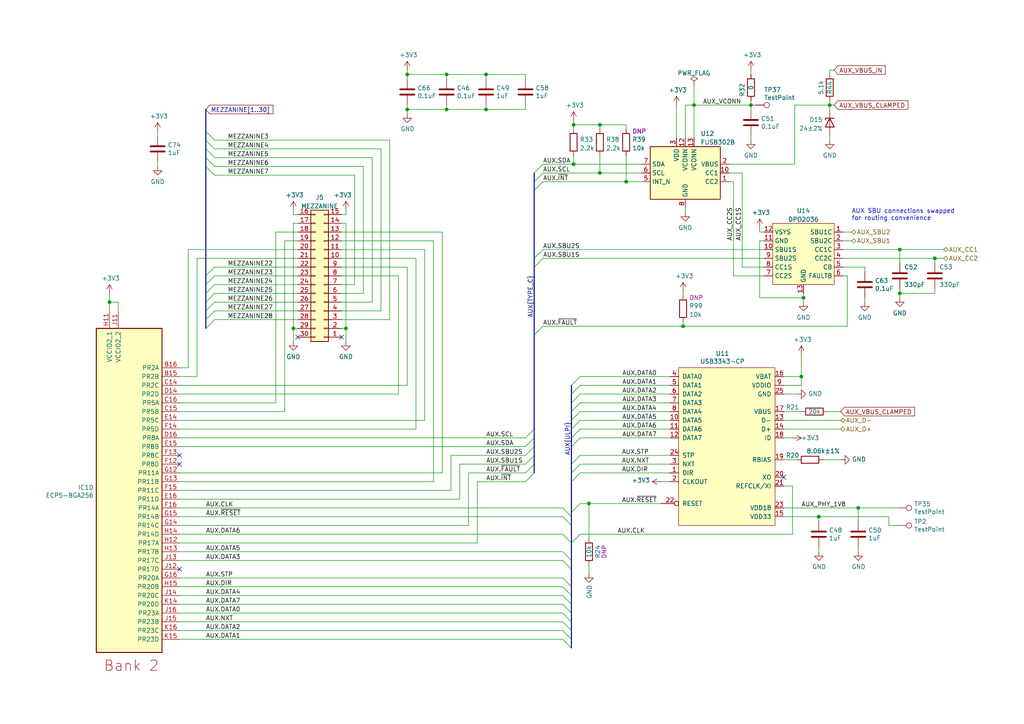
<source format=kicad_sch>
(kicad_sch (version 20211123) (generator eeschema)
  (paper "A4")
  (title_block (title "Cynthion") (date "${DATE}") (rev "${VERSION}") (company "Copyright 2019-2023 Great Scott Gadgets") (comment 1 "Licensed under the CERN-OHL-P v2"))
  (junction (at 129.54 31.75))
  (junction (at 260.985 72.39))
  (junction (at 271.145 74.93))
  (junction (at 237.49 149.86))
  (junction (at 170.815 146.05))
  (junction (at 217.805 30.48))
  (junction (at 31.75 87.63))
  (junction (at 166.37 47.625))
  (junction (at 85.09 95.25))
  (junction (at 129.54 21.59))
  (junction (at 118.11 31.75))
  (junction (at 233.045 86.36))
  (junction (at 118.11 21.59))
  (junction (at 260.985 85.09))
  (junction (at 100.33 95.25))
  (junction (at 140.97 31.75))
  (junction (at 140.97 21.59))
  (junction (at 248.92 147.32))
  (junction (at 198.12 94.615))
  (junction (at 240.665 30.48))
  (junction (at 181.61 52.705))
  (junction (at 173.99 36.195))
  (junction (at 173.99 50.165))
  (junction (at 166.37 36.195))
  (junction (at 232.41 109.22))
  (junction (at 201.295 30.48))
  (no_connect (at 52.07 132.08))
  (no_connect (at 52.07 165.1))
  (no_connect (at 52.07 134.62))
  (no_connect (at 86.36 97.79))
  (no_connect (at 227.33 138.43))
  (no_connect (at 99.06 97.79))
  (bus_entry (at 154.94 132.08) (size -2.54 2.54))
  (bus_entry (at 163.195 172.72) (size 2.54 2.54))
  (bus_entry (at 154.94 124.46) (size -2.54 2.54))
  (bus_entry (at 154.94 55.245) (size 2.54 -2.54))
  (bus_entry (at 154.94 74.93) (size 2.54 -2.54))
  (bus_entry (at 154.94 50.165) (size 2.54 -2.54))
  (bus_entry (at 165.735 139.7) (size 2.54 -2.54))
  (bus_entry (at 165.735 116.84) (size 2.54 -2.54))
  (bus_entry (at 163.195 167.64) (size 2.54 2.54))
  (bus_entry (at 163.195 175.26) (size 2.54 2.54))
  (bus_entry (at 163.195 160.02) (size 2.54 2.54))
  (bus_entry (at 59.69 43.18) (size 2.54 2.54))
  (bus_entry (at 59.69 95.25) (size 2.54 -2.54))
  (bus_entry (at 168.275 146.05) (size -2.54 2.54))
  (bus_entry (at 163.195 147.32) (size 2.54 2.54))
  (bus_entry (at 165.735 129.54) (size 2.54 -2.54))
  (bus_entry (at 154.94 77.47) (size 2.54 -2.54))
  (bus_entry (at 165.735 134.62) (size 2.54 -2.54))
  (bus_entry (at 165.735 157.48) (size 2.54 -2.54))
  (bus_entry (at 59.69 87.63) (size 2.54 -2.54))
  (bus_entry (at 59.69 92.71) (size 2.54 -2.54))
  (bus_entry (at 163.195 170.18) (size 2.54 2.54))
  (bus_entry (at 154.94 127) (size -2.54 2.54))
  (bus_entry (at 163.195 162.56) (size 2.54 2.54))
  (bus_entry (at 165.735 137.16) (size 2.54 -2.54))
  (bus_entry (at 163.195 154.94) (size 2.54 2.54))
  (bus_entry (at 154.94 97.155) (size 2.54 -2.54))
  (bus_entry (at 154.94 129.54) (size -2.54 2.54))
  (bus_entry (at 165.735 121.92) (size 2.54 -2.54))
  (bus_entry (at 59.69 90.17) (size 2.54 -2.54))
  (bus_entry (at 59.69 40.64) (size 2.54 2.54))
  (bus_entry (at 163.195 149.86) (size 2.54 2.54))
  (bus_entry (at 59.69 38.1) (size 2.54 2.54))
  (bus_entry (at 163.195 180.34) (size 2.54 2.54))
  (bus_entry (at 59.69 82.55) (size 2.54 -2.54))
  (bus_entry (at 163.195 177.8) (size 2.54 2.54))
  (bus_entry (at 154.94 137.16) (size -2.54 2.54))
  (bus_entry (at 59.69 48.26) (size 2.54 2.54))
  (bus_entry (at 154.94 134.62) (size -2.54 2.54))
  (bus_entry (at 165.735 119.38) (size 2.54 -2.54))
  (bus_entry (at 163.195 185.42) (size 2.54 2.54))
  (bus_entry (at 154.94 52.705) (size 2.54 -2.54))
  (bus_entry (at 165.735 124.46) (size 2.54 -2.54))
  (bus_entry (at 59.69 45.72) (size 2.54 2.54))
  (bus_entry (at 163.195 182.88) (size 2.54 2.54))
  (bus_entry (at 59.69 85.09) (size 2.54 -2.54))
  (bus_entry (at 168.275 109.22) (size -2.54 2.54))
  (bus_entry (at 165.735 127) (size 2.54 -2.54))
  (bus_entry (at 59.69 80.01) (size 2.54 -2.54))
  (bus_entry (at 165.735 114.3) (size 2.54 -2.54))
  (wire (pts (xy 248.92 160.02) (xy 248.92 158.75)))
  (bus (pts (xy 165.735 172.72) (xy 165.735 175.26)))
  (wire (pts (xy 244.475 77.47) (xy 250.825 77.47)))
  (wire (pts (xy 57.15 74.93) (xy 86.36 74.93)))
  (wire (pts (xy 135.89 137.16) (xy 152.4 137.16)))
  (bus (pts (xy 59.69 92.71) (xy 59.69 95.25)))
  (wire (pts (xy 120.65 124.46) (xy 120.65 74.93)))
  (bus (pts (xy 154.94 97.155) (xy 154.94 124.46)))
  (wire (pts (xy 62.23 90.17) (xy 86.36 90.17)))
  (wire (pts (xy 52.07 147.32) (xy 163.195 147.32)))
  (wire (pts (xy 62.23 43.18) (xy 110.49 43.18)))
  (wire (pts (xy 196.215 30.48) (xy 196.215 40.005)))
  (wire (pts (xy 52.07 180.34) (xy 163.195 180.34)))
  (wire (pts (xy 118.11 77.47) (xy 118.11 111.76)))
  (wire (pts (xy 54.61 106.68) (xy 54.61 72.39)))
  (wire (pts (xy 118.11 111.76) (xy 52.07 111.76)))
  (wire (pts (xy 123.19 121.92) (xy 52.07 121.92)))
  (wire (pts (xy 244.475 80.01) (xy 245.745 80.01)))
  (wire (pts (xy 107.95 87.63) (xy 99.06 87.63)))
  (wire (pts (xy 181.61 36.195) (xy 181.61 37.465)))
  (wire (pts (xy 211.455 50.165) (xy 215.265 50.165)))
  (wire (pts (xy 52.07 182.88) (xy 163.195 182.88)))
  (wire (pts (xy 240.665 39.37) (xy 240.665 40.64)))
  (wire (pts (xy 62.23 45.72) (xy 107.95 45.72)))
  (wire (pts (xy 229.87 154.94) (xy 229.87 140.97)))
  (wire (pts (xy 62.23 85.09) (xy 86.36 85.09)))
  (wire (pts (xy 227.33 149.86) (xy 237.49 149.86)))
  (wire (pts (xy 217.805 30.48) (xy 217.805 31.75)))
  (bus (pts (xy 59.69 40.64) (xy 59.69 43.18)))
  (wire (pts (xy 115.57 114.3) (xy 115.57 80.01)))
  (wire (pts (xy 118.11 20.32) (xy 118.11 21.59)))
  (wire (pts (xy 198.755 61.595) (xy 198.755 60.325)))
  (wire (pts (xy 163.195 154.94) (xy 52.07 154.94)))
  (wire (pts (xy 133.35 144.78) (xy 52.07 144.78)))
  (wire (pts (xy 194.31 119.38) (xy 168.275 119.38)))
  (wire (pts (xy 240.665 20.32) (xy 241.935 20.32)))
  (wire (pts (xy 52.07 175.26) (xy 163.195 175.26)))
  (wire (pts (xy 194.31 139.7) (xy 191.77 139.7)))
  (wire (pts (xy 52.07 114.3) (xy 115.57 114.3)))
  (wire (pts (xy 100.33 62.23) (xy 100.33 60.96)))
  (bus (pts (xy 59.69 43.18) (xy 59.69 45.72)))
  (wire (pts (xy 232.41 111.76) (xy 227.33 111.76)))
  (bus (pts (xy 165.735 149.86) (xy 165.735 152.4)))
  (wire (pts (xy 85.09 64.77) (xy 85.09 95.25)))
  (wire (pts (xy 194.31 116.84) (xy 168.275 116.84)))
  (wire (pts (xy 118.11 30.48) (xy 118.11 31.75)))
  (bus (pts (xy 165.735 134.62) (xy 165.735 137.16)))
  (wire (pts (xy 99.06 67.31) (xy 128.27 67.31)))
  (bus (pts (xy 154.94 129.54) (xy 154.94 132.08)))
  (wire (pts (xy 170.815 156.21) (xy 170.815 146.05)))
  (wire (pts (xy 52.07 167.64) (xy 163.195 167.64)))
  (wire (pts (xy 52.07 160.02) (xy 163.195 160.02)))
  (wire (pts (xy 240.665 29.21) (xy 240.665 30.48)))
  (bus (pts (xy 59.69 80.01) (xy 59.69 82.55)))
  (wire (pts (xy 152.4 139.7) (xy 138.43 139.7)))
  (wire (pts (xy 194.31 114.3) (xy 168.275 114.3)))
  (wire (pts (xy 152.4 30.48) (xy 152.4 31.75)))
  (bus (pts (xy 165.735 119.38) (xy 165.735 121.92)))
  (wire (pts (xy 181.61 45.085) (xy 181.61 52.705)))
  (bus (pts (xy 154.94 134.62) (xy 154.94 137.16)))
  (wire (pts (xy 244.475 74.93) (xy 271.145 74.93)))
  (bus (pts (xy 165.735 129.54) (xy 165.735 134.62)))
  (wire (pts (xy 31.75 90.17) (xy 31.75 87.63)))
  (wire (pts (xy 133.35 134.62) (xy 133.35 144.78)))
  (wire (pts (xy 166.37 34.925) (xy 166.37 36.195)))
  (wire (pts (xy 99.06 64.77) (xy 100.33 64.77)))
  (wire (pts (xy 80.01 67.31) (xy 86.36 67.31)))
  (wire (pts (xy 245.745 80.01) (xy 245.745 94.615)))
  (wire (pts (xy 62.23 82.55) (xy 86.36 82.55)))
  (wire (pts (xy 52.07 149.86) (xy 163.195 149.86)))
  (bus (pts (xy 154.94 50.165) (xy 154.94 52.705)))
  (bus (pts (xy 154.94 55.245) (xy 154.94 74.93)))
  (bus (pts (xy 59.69 87.63) (xy 59.69 90.17)))
  (wire (pts (xy 194.31 109.22) (xy 168.275 109.22)))
  (bus (pts (xy 59.69 38.1) (xy 59.69 40.64)))
  (wire (pts (xy 157.48 94.615) (xy 198.12 94.615)))
  (bus (pts (xy 165.735 137.16) (xy 165.735 139.7)))
  (wire (pts (xy 99.06 95.25) (xy 100.33 95.25)))
  (wire (pts (xy 125.73 139.7) (xy 125.73 69.85)))
  (wire (pts (xy 45.72 46.99) (xy 45.72 48.26)))
  (wire (pts (xy 240.03 119.38) (xy 243.84 119.38)))
  (wire (pts (xy 118.11 21.59) (xy 118.11 22.86)))
  (wire (pts (xy 217.805 29.21) (xy 217.805 30.48)))
  (bus (pts (xy 59.69 85.09) (xy 59.69 87.63)))
  (wire (pts (xy 237.49 160.02) (xy 237.49 158.75)))
  (wire (pts (xy 232.41 119.38) (xy 227.33 119.38)))
  (wire (pts (xy 221.615 74.93) (xy 157.48 74.93)))
  (wire (pts (xy 194.31 132.08) (xy 168.275 132.08)))
  (bus (pts (xy 165.735 111.76) (xy 165.735 114.3)))
  (wire (pts (xy 129.54 30.48) (xy 129.54 31.75)))
  (wire (pts (xy 260.985 85.09) (xy 271.145 85.09)))
  (wire (pts (xy 100.33 64.77) (xy 100.33 95.25)))
  (wire (pts (xy 100.33 95.25) (xy 100.33 99.06)))
  (bus (pts (xy 59.69 31.75) (xy 59.69 38.1)))
  (wire (pts (xy 227.33 109.22) (xy 232.41 109.22)))
  (wire (pts (xy 227.33 127) (xy 229.87 127)))
  (wire (pts (xy 201.295 30.48) (xy 201.295 24.765)))
  (wire (pts (xy 181.61 52.705) (xy 186.055 52.705)))
  (wire (pts (xy 120.65 74.93) (xy 99.06 74.93)))
  (wire (pts (xy 118.11 31.75) (xy 129.54 31.75)))
  (wire (pts (xy 31.75 87.63) (xy 31.75 85.09)))
  (wire (pts (xy 217.805 39.37) (xy 217.805 40.64)))
  (wire (pts (xy 129.54 21.59) (xy 118.11 21.59)))
  (wire (pts (xy 233.045 86.36) (xy 233.045 87.63)))
  (bus (pts (xy 165.735 121.92) (xy 165.735 124.46)))
  (wire (pts (xy 211.455 47.625) (xy 230.505 47.625)))
  (wire (pts (xy 105.41 85.09) (xy 99.06 85.09)))
  (wire (pts (xy 157.48 72.39) (xy 221.615 72.39)))
  (wire (pts (xy 118.11 31.75) (xy 118.11 33.02)))
  (wire (pts (xy 240.665 30.48) (xy 240.665 31.75)))
  (wire (pts (xy 232.41 111.76) (xy 232.41 109.22)))
  (bus (pts (xy 165.735 152.4) (xy 165.735 157.48)))
  (bus (pts (xy 154.94 127) (xy 154.94 129.54)))
  (bus (pts (xy 154.94 77.47) (xy 154.94 97.155)))
  (wire (pts (xy 62.23 80.01) (xy 86.36 80.01)))
  (bus (pts (xy 165.735 148.59) (xy 165.735 149.86)))
  (bus (pts (xy 165.735 180.34) (xy 165.735 182.88)))
  (wire (pts (xy 168.275 134.62) (xy 194.31 134.62)))
  (wire (pts (xy 85.09 62.23) (xy 85.09 60.96)))
  (wire (pts (xy 194.31 127) (xy 168.275 127)))
  (wire (pts (xy 168.275 154.94) (xy 229.87 154.94)))
  (wire (pts (xy 128.27 137.16) (xy 52.07 137.16)))
  (wire (pts (xy 243.84 133.35) (xy 238.76 133.35)))
  (wire (pts (xy 201.295 30.48) (xy 198.755 30.48)))
  (bus (pts (xy 165.735 162.56) (xy 165.735 165.1)))
  (wire (pts (xy 102.87 82.55) (xy 102.87 50.8)))
  (wire (pts (xy 52.07 124.46) (xy 120.65 124.46)))
  (wire (pts (xy 166.37 47.625) (xy 186.055 47.625)))
  (wire (pts (xy 271.145 76.2) (xy 271.145 74.93)))
  (wire (pts (xy 194.31 124.46) (xy 168.275 124.46)))
  (wire (pts (xy 233.045 86.36) (xy 233.045 85.09)))
  (wire (pts (xy 140.97 30.48) (xy 140.97 31.75)))
  (wire (pts (xy 157.48 50.165) (xy 173.99 50.165)))
  (bus (pts (xy 165.735 170.18) (xy 165.735 172.72)))
  (wire (pts (xy 107.95 45.72) (xy 107.95 87.63)))
  (wire (pts (xy 62.23 40.64) (xy 113.03 40.64)))
  (wire (pts (xy 86.36 62.23) (xy 85.09 62.23)))
  (wire (pts (xy 52.07 109.22) (xy 57.15 109.22)))
  (bus (pts (xy 165.735 124.46) (xy 165.735 127)))
  (wire (pts (xy 271.145 85.09) (xy 271.145 83.82)))
  (wire (pts (xy 128.27 67.31) (xy 128.27 137.16)))
  (wire (pts (xy 34.29 87.63) (xy 34.29 90.17)))
  (wire (pts (xy 86.36 95.25) (xy 85.09 95.25)))
  (wire (pts (xy 257.81 149.86) (xy 237.49 149.86)))
  (wire (pts (xy 220.345 66.04) (xy 220.345 67.31)))
  (wire (pts (xy 113.03 92.71) (xy 99.06 92.71)))
  (wire (pts (xy 157.48 47.625) (xy 166.37 47.625)))
  (bus (pts (xy 165.735 182.88) (xy 165.735 185.42)))
  (wire (pts (xy 173.99 36.195) (xy 181.61 36.195)))
  (wire (pts (xy 52.07 177.8) (xy 163.195 177.8)))
  (wire (pts (xy 157.48 52.705) (xy 181.61 52.705)))
  (wire (pts (xy 194.31 111.76) (xy 168.275 111.76)))
  (wire (pts (xy 133.35 134.62) (xy 152.4 134.62)))
  (wire (pts (xy 257.81 152.4) (xy 257.81 149.86)))
  (wire (pts (xy 62.23 92.71) (xy 86.36 92.71)))
  (wire (pts (xy 99.06 62.23) (xy 100.33 62.23)))
  (wire (pts (xy 227.33 114.3) (xy 231.14 114.3)))
  (wire (pts (xy 201.295 30.48) (xy 201.295 40.005)))
  (bus (pts (xy 165.735 116.84) (xy 165.735 119.38)))
  (bus (pts (xy 165.735 114.3) (xy 165.735 116.84)))
  (wire (pts (xy 220.345 69.85) (xy 220.345 86.36)))
  (wire (pts (xy 250.825 77.47) (xy 250.825 78.74)))
  (wire (pts (xy 232.41 109.22) (xy 232.41 102.87)))
  (bus (pts (xy 165.735 185.42) (xy 165.735 187.96)))
  (wire (pts (xy 248.92 147.32) (xy 260.35 147.32)))
  (wire (pts (xy 201.295 30.48) (xy 217.805 30.48)))
  (wire (pts (xy 230.505 30.48) (xy 240.665 30.48)))
  (wire (pts (xy 227.33 124.46) (xy 243.84 124.46)))
  (wire (pts (xy 163.195 162.56) (xy 52.07 162.56)))
  (bus (pts (xy 59.69 82.55) (xy 59.69 85.09)))
  (wire (pts (xy 99.06 77.47) (xy 118.11 77.47)))
  (wire (pts (xy 220.345 86.36) (xy 233.045 86.36)))
  (wire (pts (xy 173.99 50.165) (xy 186.055 50.165)))
  (wire (pts (xy 80.01 116.84) (xy 80.01 67.31)))
  (wire (pts (xy 52.07 172.72) (xy 163.195 172.72)))
  (wire (pts (xy 198.12 85.725) (xy 198.12 84.455)))
  (wire (pts (xy 62.23 77.47) (xy 86.36 77.47)))
  (wire (pts (xy 54.61 72.39) (xy 86.36 72.39)))
  (wire (pts (xy 62.23 50.8) (xy 102.87 50.8)))
  (bus (pts (xy 165.735 165.1) (xy 165.735 170.18)))
  (wire (pts (xy 237.49 149.86) (xy 237.49 151.13)))
  (wire (pts (xy 99.06 72.39) (xy 123.19 72.39)))
  (wire (pts (xy 244.475 67.31) (xy 247.015 67.31)))
  (wire (pts (xy 271.145 74.93) (xy 273.685 74.93)))
  (wire (pts (xy 52.07 142.24) (xy 130.81 142.24)))
  (wire (pts (xy 86.36 69.85) (xy 82.55 69.85)))
  (bus (pts (xy 165.735 177.8) (xy 165.735 180.34)))
  (wire (pts (xy 250.825 86.36) (xy 250.825 87.63)))
  (wire (pts (xy 170.815 146.05) (xy 168.275 146.05)))
  (wire (pts (xy 135.89 152.4) (xy 52.07 152.4)))
  (wire (pts (xy 240.665 21.59) (xy 240.665 20.32)))
  (wire (pts (xy 140.97 31.75) (xy 129.54 31.75)))
  (wire (pts (xy 82.55 69.85) (xy 82.55 119.38)))
  (wire (pts (xy 140.97 21.59) (xy 129.54 21.59)))
  (wire (pts (xy 110.49 43.18) (xy 110.49 90.17)))
  (wire (pts (xy 52.07 106.68) (xy 54.61 106.68)))
  (wire (pts (xy 240.665 30.48) (xy 241.935 30.48)))
  (wire (pts (xy 52.07 170.18) (xy 163.195 170.18)))
  (wire (pts (xy 62.23 87.63) (xy 86.36 87.63)))
  (wire (pts (xy 130.81 132.08) (xy 152.4 132.08)))
  (wire (pts (xy 166.37 36.195) (xy 166.37 37.465)))
  (wire (pts (xy 152.4 31.75) (xy 140.97 31.75)))
  (wire (pts (xy 211.455 52.705) (xy 212.725 52.705)))
  (wire (pts (xy 140.97 21.59) (xy 152.4 21.59)))
  (wire (pts (xy 198.12 94.615) (xy 198.12 93.345)))
  (wire (pts (xy 260.985 76.2) (xy 260.985 72.39)))
  (wire (pts (xy 52.07 129.54) (xy 152.4 129.54)))
  (wire (pts (xy 130.81 142.24) (xy 130.81 132.08)))
  (bus (pts (xy 59.69 48.26) (xy 59.69 80.01)))
  (wire (pts (xy 123.19 72.39) (xy 123.19 121.92)))
  (wire (pts (xy 52.07 185.42) (xy 163.195 185.42)))
  (wire (pts (xy 85.09 95.25) (xy 85.09 99.06)))
  (wire (pts (xy 212.725 80.01) (xy 221.615 80.01)))
  (wire (pts (xy 138.43 139.7) (xy 138.43 157.48)))
  (wire (pts (xy 140.97 21.59) (xy 140.97 22.86)))
  (wire (pts (xy 129.54 21.59) (xy 129.54 22.86)))
  (wire (pts (xy 62.23 48.26) (xy 105.41 48.26)))
  (wire (pts (xy 260.985 83.82) (xy 260.985 85.09)))
  (wire (pts (xy 215.265 50.165) (xy 215.265 77.47)))
  (wire (pts (xy 244.475 72.39) (xy 260.985 72.39)))
  (wire (pts (xy 170.815 166.37) (xy 170.815 163.83)))
  (wire (pts (xy 227.33 121.92) (xy 243.84 121.92)))
  (wire (pts (xy 173.99 50.165) (xy 173.99 45.085)))
  (bus (pts (xy 154.94 52.705) (xy 154.94 55.245)))
  (wire (pts (xy 45.72 38.1) (xy 45.72 39.37)))
  (wire (pts (xy 152.4 21.59) (xy 152.4 22.86)))
  (wire (pts (xy 221.615 69.85) (xy 220.345 69.85)))
  (wire (pts (xy 194.31 121.92) (xy 168.275 121.92)))
  (wire (pts (xy 260.985 85.09) (xy 260.985 86.36)))
  (wire (pts (xy 52.07 127) (xy 152.4 127)))
  (wire (pts (xy 99.06 82.55) (xy 102.87 82.55)))
  (wire (pts (xy 113.03 40.64) (xy 113.03 92.71)))
  (bus (pts (xy 165.735 127) (xy 165.735 129.54)))
  (wire (pts (xy 212.725 52.705) (xy 212.725 80.01)))
  (wire (pts (xy 248.92 151.13) (xy 248.92 147.32)))
  (wire (pts (xy 173.99 37.465) (xy 173.99 36.195)))
  (wire (pts (xy 260.985 72.39) (xy 273.685 72.39)))
  (bus (pts (xy 165.735 139.7) (xy 165.735 148.59)))
  (wire (pts (xy 57.15 109.22) (xy 57.15 74.93)))
  (wire (pts (xy 166.37 36.195) (xy 173.99 36.195)))
  (wire (pts (xy 198.12 94.615) (xy 245.745 94.615)))
  (wire (pts (xy 219.075 30.48) (xy 217.805 30.48)))
  (wire (pts (xy 52.07 139.7) (xy 125.73 139.7)))
  (wire (pts (xy 244.475 69.85) (xy 247.015 69.85)))
  (wire (pts (xy 86.36 64.77) (xy 85.09 64.77)))
  (wire (pts (xy 52.07 116.84) (xy 80.01 116.84)))
  (wire (pts (xy 138.43 157.48) (xy 52.07 157.48)))
  (wire (pts (xy 260.35 152.4) (xy 257.81 152.4)))
  (wire (pts (xy 231.14 133.35) (xy 227.33 133.35)))
  (bus (pts (xy 165.735 157.48) (xy 165.735 162.56)))
  (bus (pts (xy 59.69 90.17) (xy 59.69 92.71)))
  (bus (pts (xy 154.94 132.08) (xy 154.94 134.62)))
  (bus (pts (xy 154.94 124.46) (xy 154.94 127)))
  (wire (pts (xy 191.77 146.05) (xy 170.815 146.05)))
  (wire (pts (xy 227.33 147.32) (xy 248.92 147.32)))
  (wire (pts (xy 115.57 80.01) (xy 99.06 80.01)))
  (bus (pts (xy 59.69 45.72) (xy 59.69 48.26)))
  (bus (pts (xy 165.735 175.26) (xy 165.735 177.8)))
  (wire (pts (xy 82.55 119.38) (xy 52.07 119.38)))
  (wire (pts (xy 166.37 47.625) (xy 166.37 45.085)))
  (wire (pts (xy 198.755 30.48) (xy 198.755 40.005)))
  (wire (pts (xy 135.89 137.16) (xy 135.89 152.4)))
  (wire (pts (xy 194.31 137.16) (xy 168.275 137.16)))
  (wire (pts (xy 217.805 21.59) (xy 217.805 20.32)))
  (wire (pts (xy 105.41 48.26) (xy 105.41 85.09)))
  (wire (pts (xy 227.33 140.97) (xy 229.87 140.97)))
  (wire (pts (xy 99.06 69.85) (xy 125.73 69.85)))
  (wire (pts (xy 230.505 47.625) (xy 230.505 30.48)))
  (bus (pts (xy 154.94 74.93) (xy 154.94 77.47)))
  (wire (pts (xy 31.75 87.63) (xy 34.29 87.63)))
  (wire (pts (xy 215.265 77.47) (xy 221.615 77.47)))
  (wire (pts (xy 220.345 67.31) (xy 221.615 67.31)))
  (wire (pts (xy 110.49 90.17) (xy 99.06 90.17)))
  (text "AUX SBU connections swapped\nfor routing convenience" (at 247.015 64.135 0) (effects (font (size 1.27 1.27)) (justify left bottom)))
  (label "AUX.DATA1" (at 59.69 185.42 0))
  (label "MEZZANINE23" (at 66.04 80.01 0))
  (label "AUX.~{RESET}" (at 59.69 149.86 0))
  (label "AUX.~{RESET}" (at 180.34 146.05 0))
  (label "MEZZANINE6" (at 66.04 48.26 0))
  (label "AUX.~{INT}" (at 157.48 52.705 0))
  (label "AUX_VCONN" (at 203.835 30.48 0))
  (label "MEZZANINE26" (at 66.04 87.63 0))
  (label "AUX.DIR" (at 180.34 137.16 0))
  (label "AUX.STP" (at 180.34 132.08 0))
  (label "AUX.~{INT}" (at 140.97 139.7 0))
  (label "AUX.SDA" (at 157.48 47.625 0))
  (label "AUX.DATA5" (at 59.69 160.02 0))
  (label "MEZZANINE3" (at 66.04 40.64 0))
  (label "MEZZANINE5" (at 66.04 45.72 0))
  (label "AUX.SBU1S" (at 157.48 74.93 0))
  (label "MEZZANINE27" (at 66.04 90.17 0))
  (label "AUX{TYPE_C}" (at 154.94 92.075 90))
  (label "MEZZANINE28" (at 66.04 92.71 0))
  (label "AUX.DATA7" (at 190.5 127 180))
  (label "AUX_CC2S" (at 212.725 69.85 90))
  (label "AUX.DATA6" (at 190.5 124.46 180))
  (label "AUX.SCL" (at 157.48 50.165 0))
  (label "AUX.SCL" (at 140.97 127 0))
  (label "MEZZANINE24" (at 66.04 82.55 0))
  (label "AUX.STP" (at 59.69 167.64 0))
  (label "AUX.SBU1S" (at 140.97 134.62 0))
  (label "AUX.DIR" (at 59.69 170.18 0))
  (label "MEZZANINE22" (at 66.04 77.47 0))
  (label "AUX.DATA7" (at 59.69 175.26 0))
  (label "MEZZANINE4" (at 66.04 43.18 0))
  (label "MEZZANINE25" (at 66.04 85.09 0))
  (label "AUX.DATA3" (at 59.69 162.56 0))
  (label "AUX.SDA" (at 140.97 129.54 0))
  (label "AUX{ULPI}" (at 165.735 132.08 90))
  (label "AUX.CLK" (at 59.69 147.32 0))
  (label "AUX.CLK" (at 179.07 154.94 0))
  (label "AUX.~{FAULT}" (at 140.97 137.16 0))
  (label "AUX.~{FAULT}" (at 157.48 94.615 0))
  (label "AUX.DATA3" (at 190.5 116.84 180))
  (label "AUX.DATA6" (at 59.69 154.94 0))
  (label "AUX.DATA2" (at 59.69 182.88 0))
  (label "AUX.SBU2S" (at 157.48 72.39 0))
  (label "AUX.DATA0" (at 59.69 177.8 0))
  (label "AUX.DATA1" (at 190.5 111.76 180))
  (label "AUX.DATA4" (at 59.69 172.72 0))
  (label "MEZZANINE7" (at 66.04 50.8 0))
  (label "AUX.DATA4" (at 190.5 119.38 180))
  (label "AUX.DATA2" (at 190.5 114.3 180))
  (label "AUX.SBU2S" (at 140.97 132.08 0))
  (label "AUX_PHY_1V8" (at 232.41 147.32 0))
  (label "AUX.DATA5" (at 190.5 121.92 180))
  (label "AUX.NXT" (at 180.34 134.62 0))
  (label "AUX.NXT" (at 59.69 180.34 0))
  (label "AUX_CC1S" (at 215.265 69.85 90))
  (label "AUX.DATA0" (at 190.5 109.22 180))
  (global_label "AUX_VBUS_CLAMPED" (shape input) (at 243.84 119.38 0) (property "Intersheet References" "${INTERSHEET_REFS}" (effects hide)))
  (global_label "AUX_VBUS_CLAMPED" (shape input) (at 241.935 30.48 0) (property "Intersheet References" "${INTERSHEET_REFS}" (effects hide)))
  (global_label "MEZZANINE[1..30]" (shape input) (at 59.69 31.75 0) (property "Intersheet References" "${INTERSHEET_REFS}" (effects hide)))
  (global_label "AUX_VBUS_IN" (shape input) (at 241.935 20.32 0) (property "Intersheet References" "${INTERSHEET_REFS}" (effects hide)))
  (hierarchical_label "AUX_D-" (shape bidirectional) (at 243.84 121.92 0))
  (hierarchical_label "AUX_SBU1" (shape bidirectional) (at 247.015 69.85 0))
  (hierarchical_label "AUX_CC1" (shape bidirectional) (at 273.685 72.39 0))
  (hierarchical_label "AUX_CC2" (shape bidirectional) (at 273.685 74.93 0))
  (hierarchical_label "AUX_SBU2" (shape bidirectional) (at 247.015 67.31 0))
  (hierarchical_label "AUX_D+" (shape bidirectional) (at 243.84 124.46 0))
  (symbol (lib_id "power:+3V3") (at 191.77 139.7 90) (unit 1)
    (property "Reference" "#PWR088" (effects hide))
    (property "Value" "+3V3" (at 188.5188 139.319 90) (effects (justify left)))
  )
  (symbol (lib_id "usb:USB3343") (at 194.31 106.68 0) (unit 1)
    (property "Reference" "U11" (at 209.55 102.5398 0))
    (property "Value" "USB3343-CP" (at 209.55 104.8258 0))
    (property "Footprint" "Package_DFN_QFN:VQFN-24-1EP_4x4mm_P0.5mm_EP2.45x2.45mm" (effects hide))
    (property "Datasheet" "http://ww1.microchip.com/downloads/en/DeviceDoc/334x.pdf" (effects hide))
    (property "Description" "IC TRANSCEIVER 1/1 24QFN" (effects hide))
    (property "Manufacturer" "Microchip" (effects hide))
    (property "Part Number" "USB3343-CP" (effects hide))
  )
  (symbol (lib_id "Device:C") (at 237.49 154.94 0) (unit 1)
    (property "Reference" "C48" (at 240.411 153.797 0) (effects (justify left)))
    (property "Value" "1uF" (at 240.411 156.083 0) (effects (justify left)))
    (property "Footprint" "Capacitor_SMD:C_0402_1005Metric" (effects hide))
    (property "Part Number" "CL05A105MQ5NNNC" (effects hide))
    (property "Substitution" "CL05A105KQ5NNNC, CL05A105KP5NNNC, CL05A105KO5NNNC" (effects hide))
    (property "Description" "CAP CER 1UF 6.3V X5R 0402 20%" (effects hide))
    (property "Manufacturer" "Samsung" (effects hide))
  )
  (symbol (lib_id "power:GND") (at 237.49 160.02 0) (unit 1)
    (property "Reference" "#PWR094" (effects hide))
    (property "Value" "GND" (at 237.5916 164.3888 0))
  )
  (symbol (lib_id "Device:C") (at 248.92 154.94 0) (unit 1)
    (property "Reference" "C50" (at 251.841 153.797 0) (effects (justify left)))
    (property "Value" "1uF" (at 251.841 156.083 0) (effects (justify left)))
    (property "Footprint" "Capacitor_SMD:C_0402_1005Metric" (effects hide))
    (property "Part Number" "CL05A105MQ5NNNC" (effects hide))
    (property "Substitution" "CL05A105KQ5NNNC, CL05A105KP5NNNC, CL05A105KO5NNNC" (effects hide))
    (property "Description" "CAP CER 1UF 6.3V X5R 0402 20%" (effects hide))
    (property "Manufacturer" "Samsung" (effects hide))
  )
  (symbol (lib_id "power:GND") (at 248.92 160.02 0) (unit 1)
    (property "Reference" "#PWR098" (effects hide))
    (property "Value" "GND" (at 249.0216 164.3888 0))
  )
  (symbol (lib_id "power:GND") (at 231.14 114.3 90) (unit 1)
    (property "Reference" "#PWR091" (effects hide))
    (property "Value" "GND" (at 234.3912 114.173 90) (effects (justify right)))
  )
  (symbol (lib_id "power:+3V3") (at 232.41 102.87 0) (unit 1)
    (property "Reference" "#PWR093" (effects hide))
    (property "Value" "+3V3" (at 232.7656 98.4758 0))
  )
  (symbol (lib_id "Device:R") (at 234.95 133.35 270) (unit 1)
    (property "Reference" "R20" (at 229.87 132.08 90))
    (property "Value" "8.06k±1%" (at 238.76 130.81 90))
    (property "Footprint" "Resistor_SMD:R_0402_1005Metric" (effects hide))
    (property "Description" "RES SMD 8.06K OHM 1% 1/10W 0402" (effects hide))
    (property "Manufacturer" "Panasonic" (effects hide))
    (property "Part Number" "ERJ-2RKF8061X" (effects hide))
    (property "Substitution" "any equivalent" (effects hide))
  )
  (symbol (lib_id "power:GND") (at 243.84 133.35 90) (unit 1)
    (property "Reference" "#PWR097" (effects hide))
    (property "Value" "GND" (at 247.0912 133.223 90) (effects (justify right)))
  )
  (symbol (lib_id "Device:R") (at 236.22 119.38 270) (unit 1)
    (property "Reference" "R21" (at 229.87 118.11 90))
    (property "Value" "20k" (at 236.22 119.38 90))
    (property "Footprint" "Resistor_SMD:R_0402_1005Metric" (effects hide))
    (property "Description" "RES SMD 20K OHM 5% 1/16W 0402" (effects hide))
    (property "Manufacturer" "Yageo" (effects hide))
    (property "Part Number" "RC0402JR-0720KL" (effects hide))
    (property "Substitution" "any equivalent" (effects hide))
  )
  (symbol (lib_id "power:+3V3") (at 31.75 85.09 0) (unit 1)
    (property "Reference" "#PWR087" (effects hide))
    (property "Value" "+3V3" (at 32.1056 80.6958 0))
  )
  (symbol (lib_id "Device:C") (at 129.54 26.67 0) (unit 1)
    (property "Reference" "C46" (at 132.461 25.527 0) (effects (justify left)))
    (property "Value" "0.1uF" (at 132.461 27.813 0) (effects (justify left)))
    (property "Footprint" "Capacitor_SMD:C_0402_1005Metric" (effects hide))
    (property "Part Number" "CL05A104KA5NNNC" (effects hide))
    (property "Substitution" "any equivalent" (effects hide))
    (property "Description" "CAP CER 0.1UF 25V X5R 0402" (effects hide))
    (property "Manufacturer" "Samsung" (effects hide))
  )
  (symbol (lib_id "Device:C") (at 140.97 26.67 0) (unit 1)
    (property "Reference" "C49" (at 143.891 25.527 0) (effects (justify left)))
    (property "Value" "1uF" (at 143.891 27.813 0) (effects (justify left)))
    (property "Footprint" "Capacitor_SMD:C_0402_1005Metric" (effects hide))
    (property "Part Number" "CL05A105MQ5NNNC" (effects hide))
    (property "Substitution" "CL05A105KQ5NNNC, CL05A105KP5NNNC, CL05A105KO5NNNC" (effects hide))
    (property "Description" "CAP CER 1UF 6.3V X5R 0402 20%" (effects hide))
    (property "Manufacturer" "Samsung" (effects hide))
  )
  (symbol (lib_id "power:+3V3") (at 118.11 20.32 0) (unit 1)
    (property "Reference" "#PWR095" (effects hide))
    (property "Value" "+3V3" (at 118.4656 15.9258 0))
  )
  (symbol (lib_id "power:GND") (at 118.11 33.02 0) (unit 1)
    (property "Reference" "#PWR090" (effects hide))
    (property "Value" "GND" (at 118.2116 37.3888 0))
  )
  (symbol (lib_id "Device:R") (at 170.815 160.02 0) (unit 1)
    (property "Reference" "R24" (at 173.355 160.02 90))
    (property "Value" "10k" (at 170.815 160.02 90))
    (property "Footprint" "Resistor_SMD:R_0402_1005Metric" (effects hide))
    (property "Part Number" "RC0402JR-0710KL" (effects hide))
    (property "Substitution" "any equivalent" (effects hide))
    (property "Description" "RES 10K OHM 5% 1/16W 0402" (effects hide))
    (property "Manufacturer" "Yageo" (effects hide))
    (property "DNP" "DNP" (at 175.26 160.02 90))
  )
  (symbol (lib_id "power:GND") (at 170.815 166.37 0) (unit 1)
    (property "Reference" "#PWR0109" (effects hide))
    (property "Value" "GND" (at 170.942 169.6212 90) (effects (justify right)))
  )
  (symbol (lib_id "power:+3V3") (at 229.87 127 270) (unit 1)
    (property "Reference" "#PWR0128" (effects hide))
    (property "Value" "+3V3" (at 234.95 127 90))
  )
  (symbol (lib_id "Connector:TestPoint") (at 260.35 147.32 270) (unit 1) (in_bom no)
    (property "Reference" "TP35" (at 265.0998 146.177 90) (effects (justify left)))
    (property "Value" "TestPoint" (at 265.0998 148.463 90) (effects (justify left)))
    (property "Footprint" "TestPoint:TestPoint_Pad_D1.0mm" (effects hide))
  )
  (symbol (lib_id "Device:C") (at 152.4 26.67 0) (unit 1)
    (property "Reference" "C58" (at 155.321 25.527 0) (effects (justify left)))
    (property "Value" "1uF" (at 155.321 27.813 0) (effects (justify left)))
    (property "Footprint" "Capacitor_SMD:C_0402_1005Metric" (effects hide))
    (property "Part Number" "CL05A105MQ5NNNC" (effects hide))
    (property "Substitution" "CL05A105KQ5NNNC, CL05A105KP5NNNC, CL05A105KO5NNNC" (effects hide))
    (property "Description" "CAP CER 1UF 6.3V X5R 0402 20%" (effects hide))
    (property "Manufacturer" "Samsung" (effects hide))
  )
  (symbol (lib_id "power:+3V3") (at 198.12 84.455 0) (unit 1)
    (property "Reference" "#PWR0124" (effects hide))
    (property "Value" "+3V3" (at 198.4756 80.0608 0))
  )
  (symbol (lib_id "Device:C") (at 118.11 26.67 0) (unit 1)
    (property "Reference" "C66" (at 121.031 25.527 0) (effects (justify left)))
    (property "Value" "0.1uF" (at 121.031 27.813 0) (effects (justify left)))
    (property "Footprint" "Capacitor_SMD:C_0402_1005Metric" (effects hide))
    (property "Part Number" "CL05A104KA5NNNC" (effects hide))
    (property "Substitution" "any equivalent" (effects hide))
    (property "Description" "CAP CER 0.1UF 25V X5R 0402" (effects hide))
    (property "Manufacturer" "Samsung" (effects hide))
  )
  (symbol (lib_id "power:+3V3") (at 45.72 38.1 0) (unit 1)
    (property "Reference" "#PWR074" (effects hide))
    (property "Value" "+3V3" (at 46.0756 33.7058 0))
  )
  (symbol (lib_id "Device:R") (at 173.99 41.275 0) (mirror y) (unit 1)
    (property "Reference" "R38" (at 175.768 40.4403 0) (effects (justify right)))
    (property "Value" "2.2k" (at 175.768 42.9772 0) (effects (justify right)))
    (property "Footprint" "Resistor_SMD:R_0402_1005Metric" (effects hide))
    (property "Part Number" "RC0402JR-072K2L" (effects hide))
    (property "Substitution" "any equivalent" (effects hide))
    (property "Description" "RES 2.2K OHM 5% 1/16W 0402" (effects hide))
    (property "Manufacturer" "Yageo" (effects hide))
  )
  (symbol (lib_id "power:GND") (at 260.985 86.36 0) (mirror y) (unit 1)
    (property "Reference" "#PWR06" (effects hide))
    (property "Value" "GND" (at 260.985 90.8034 0))
  )
  (symbol (lib_id "Connector_Generic:Conn_02x15_Counter_Clockwise") (at 93.98 80.01 180) (unit 1)
    (property "Reference" "J5" (at 92.71 57.2602 0))
    (property "Value" "MEZZANINE" (at 92.71 59.7971 0))
    (property "Footprint" "luna:Amphenol_10132798-03" (effects hide))
    (property "Description" "CONN RCPT 30POS SMD GOLD" (effects hide))
    (property "Manufacturer" "Amphenol" (effects hide))
    (property "Part Number" "10132798-031100LF" (effects hide))
  )
  (symbol (lib_id "usb:DPO2036") (at 233.045 73.66 0) (mirror y) (unit 1)
    (property "Reference" "U14" (at 233.045 61.121 0))
    (property "Value" "DPO2036" (at 233.045 63.6579 0))
    (property "Footprint" "luna:Diodes_UQFN2020-12_Type-B" (effects hide))
    (property "Datasheet" "https://www.diodes.com/assets/Datasheets/DPO2036.pdf" (effects hide))
    (property "Description" "DATALINE OVER VOLTAGE PROTECTION" (effects hide))
    (property "Manufacturer" "Diodes Inc." (effects hide))
    (property "Part Number" "DPO2036DBB-7" (effects hide))
  )
  (symbol (lib_id "power:GND") (at 233.045 87.63 0) (mirror y) (unit 1)
    (property "Reference" "#PWR0166" (effects hide))
    (property "Value" "GND" (at 233.045 92.0734 0))
  )
  (symbol (lib_id "Device:C") (at 250.825 82.55 0) (unit 1)
    (property "Reference" "C63" (at 253.746 81.407 0) (effects (justify left)))
    (property "Value" "0.1uF" (at 253.746 83.693 0) (effects (justify left)))
    (property "Footprint" "Capacitor_SMD:C_0402_1005Metric" (effects hide))
    (property "Part Number" "CL05A104KA5NNNC" (effects hide))
    (property "Substitution" "any equivalent" (effects hide))
    (property "Description" "CAP CER 0.1UF 25V X5R 0402" (effects hide))
    (property "Manufacturer" "Samsung" (effects hide))
  )
  (symbol (lib_id "Device:C") (at 217.805 35.56 0) (unit 1)
    (property "Reference" "C51" (at 220.726 34.417 0) (effects (justify left)))
    (property "Value" "0.1uF" (at 220.726 36.703 0) (effects (justify left)))
    (property "Footprint" "Capacitor_SMD:C_0402_1005Metric" (effects hide))
    (property "Part Number" "CL05A104KA5NNNC" (effects hide))
    (property "Substitution" "any equivalent" (effects hide))
    (property "Description" "CAP CER 0.1UF 25V X5R 0402" (effects hide))
    (property "Manufacturer" "Samsung" (effects hide))
  )
  (symbol (lib_id "power:GND") (at 240.665 40.64 0) (mirror y) (unit 1)
    (property "Reference" "#PWR022" (effects hide))
    (property "Value" "GND" (at 240.665 45.0834 0))
  )
  (symbol (lib_id "Device:R") (at 240.665 25.4 0) (mirror x) (unit 1)
    (property "Reference" "R44" (at 240.665 25.4 90))
    (property "Value" "5.1k" (at 238.125 25.4 90))
    (property "Footprint" "Resistor_SMD:R_0402_1005Metric" (effects hide))
    (property "Part Number" "RC0402JR-075K1L" (effects hide))
    (property "Substitution" "any equivalent" (effects hide))
    (property "Description" "RES 5.1K OHM 5% 1/16W 0402" (effects hide))
    (property "Manufacturer" "Yageo" (effects hide))
  )
  (symbol (lib_id "Connector:TestPoint") (at 219.075 30.48 270) (unit 1) (in_bom no)
    (property "Reference" "TP37" (at 221.615 26.035 90) (effects (justify left)))
    (property "Value" "TestPoint" (at 221.615 28.321 90) (effects (justify left)))
    (property "Footprint" "TestPoint:TestPoint_Pad_D1.0mm" (effects hide))
  )
  (symbol (lib_id "Device:R") (at 181.61 41.275 0) (unit 1)
    (property "Reference" "R39" (at 183.388 40.4403 0) (effects (justify left)))
    (property "Value" "10k" (at 183.388 42.9772 0) (effects (justify left)))
    (property "Footprint" "Resistor_SMD:R_0402_1005Metric" (effects hide))
    (property "Part Number" "RC0402JR-0710KL" (effects hide))
    (property "Substitution" "any equivalent" (effects hide))
    (property "Description" "RES 10K OHM 5% 1/16W 0402" (effects hide))
    (property "Manufacturer" "Yageo" (effects hide))
    (property "DNP" "DNP" (at 185.42 38.1 0))
  )
  (symbol (lib_id "Device:C") (at 260.985 80.01 0) (unit 1)
    (property "Reference" "C52" (at 262.255 77.47 0) (effects (justify left)))
    (property "Value" "330pF" (at 262.255 82.55 0) (effects (justify left)))
    (property "Footprint" "Capacitor_SMD:C_0402_1005Metric" (effects hide))
    (property "Part Number" "CL05C331JB5NNNC" (effects hide))
    (property "Substitution" "any equivalent" (effects hide))
    (property "Description" "CAP CER 330PF 50V C0G/NP0 0402" (effects hide))
    (property "Manufacturer" "Samsung" (effects hide))
  )
  (symbol (lib_id "Interface_USB:FUSB302BMPX") (at 198.755 50.165 0) (unit 1)
    (property "Reference" "U12" (at 203.2 38.735 0) (effects (justify left)))
    (property "Value" "FUSB302B" (at 203.2 41.2719 0) (effects (justify left)))
    (property "Footprint" "Package_DFN_QFN:WQFN-14-1EP_2.5x2.5mm_P0.5mm_EP1.45x1.45mm" (effects hide))
    (property "Datasheet" "http://www.onsemi.com/pub/Collateral/FUSB302B-D.PDF" (effects hide))
    (property "Manufacturer" "onsemi" (effects hide))
    (property "Part Number" "FUSB302BMPX" (effects hide))
    (property "Description" "IC USB TYPE C CTLR PROGR 14-MLP" (effects hide))
    (property "Substitution" "FUSB302BVMPX" (effects hide))
  )
  (symbol (lib_id "power:+3V3") (at 100.33 60.96 0) (unit 1)
    (property "Reference" "#PWR0171" (effects hide))
    (property "Value" "+3V3" (at 99.4156 56.5658 0))
  )
  (symbol (lib_id "Device:C") (at 271.145 80.01 0) (unit 1)
    (property "Reference" "C53" (at 272.415 77.47 0) (effects (justify left)))
    (property "Value" "330pF" (at 272.415 82.55 0) (effects (justify left)))
    (property "Footprint" "Capacitor_SMD:C_0402_1005Metric" (effects hide))
    (property "Part Number" "CL05C331JB5NNNC" (effects hide))
    (property "Substitution" "any equivalent" (effects hide))
    (property "Description" "CAP CER 330PF 50V C0G/NP0 0402" (effects hide))
    (property "Manufacturer" "Samsung" (effects hide))
  )
  (symbol (lib_id "Device:C") (at 45.72 43.18 0) (unit 1)
    (property "Reference" "C74" (at 48.641 42.037 0) (effects (justify left)))
    (property "Value" "1uF" (at 48.641 44.323 0) (effects (justify left)))
    (property "Footprint" "Capacitor_SMD:C_0402_1005Metric" (effects hide))
    (property "Part Number" "CL05A105MQ5NNNC" (effects hide))
    (property "Substitution" "CL05A105KQ5NNNC, CL05A105KP5NNNC, CL05A105KO5NNNC" (effects hide))
    (property "Description" "CAP CER 1UF 6.3V X5R 0402 20%" (effects hide))
    (property "Manufacturer" "Samsung" (effects hide))
  )
  (symbol (lib_id "power:GND") (at 45.72 48.26 0) (mirror y) (unit 1)
    (property "Reference" "#PWR076" (effects hide))
    (property "Value" "GND" (at 45.72 52.7034 0))
  )
  (symbol (lib_id "power:GND") (at 198.755 61.595 0) (mirror y) (unit 1)
    (property "Reference" "#PWR0158" (effects hide))
    (property "Value" "GND" (at 198.755 66.0384 0))
  )
  (symbol (lib_id "power:PWR_FLAG") (at 201.295 24.765 0) (unit 1)
    (property "Reference" "#FLG0103" (effects hide))
    (property "Value" "PWR_FLAG" (at 201.295 21.1892 0))
  )
  (symbol (lib_id "power:+3V3") (at 217.805 20.32 0) (unit 1)
    (property "Reference" "#PWR0160" (effects hide))
    (property "Value" "+3V3" (at 218.1606 15.9258 0))
  )
  (symbol (lib_id "Device:R") (at 198.12 89.535 0) (unit 1)
    (property "Reference" "R99" (at 199.898 88.7003 0) (effects (justify left)))
    (property "Value" "10k" (at 199.898 91.2372 0) (effects (justify left)))
    (property "Footprint" "Resistor_SMD:R_0402_1005Metric" (effects hide))
    (property "Part Number" "RC0402JR-0710KL" (effects hide))
    (property "Substitution" "any equivalent" (effects hide))
    (property "Description" "RES 10K OHM 5% 1/16W 0402" (effects hide))
    (property "Manufacturer" "Yageo" (effects hide))
    (property "DNP" "DNP" (at 201.93 86.36 0))
  )
  (symbol (lib_id "fpgas_and_processors:ECP5-BGA256") (at 27.94 95.25 0) (unit 4)
    (property "Reference" "IC1" (at 27.178 141.4018 0) (effects (justify right)))
    (property "Value" "ECP5-BGA256" (at 27.178 143.6878 0) (effects (justify right)))
    (property "Footprint" "luna:lattice_cabga256" (effects hide))
    (property "Description" "FPGA - Field Programmable Gate Array ECP5; 12k LUTs; 1.1V" (effects hide))
    (property "Manufacturer" "Lattice" (effects hide))
    (property "Part Number" "LFE5U-12F-6BG256C" (effects hide))
    (property "Substitution" "LFE5U-12F-*BG256*, LFE5U-25F-*BG256*" (effects hide))
  )
  (symbol (lib_id "Device:D_Zener") (at 240.665 35.56 90) (mirror x) (unit 1)
    (property "Reference" "D15" (at 238.633 34.7253 90) (effects (justify left)))
    (property "Value" "24±2%" (at 238.633 37.2622 90) (effects (justify left)))
    (property "Footprint" "luna:DFN1006-2" (effects hide))
    (property "Datasheet" "https://assets.nexperia.com/documents/data-sheet/BZX884_BC_SER.pdf" (effects hide))
    (property "Manufacturer" "Nexperia" (effects hide))
    (property "Part Number" "BZX884-B24,315" (effects hide))
    (property "Description" "DIODE ZENER 24V 250MW DFN1006-2" (effects hide))
  )
  (symbol (lib_id "power:GND") (at 250.825 87.63 0) (mirror y) (unit 1)
    (property "Reference" "#PWR0167" (effects hide))
    (property "Value" "GND" (at 250.825 92.0734 0))
  )
  (symbol (lib_id "power:+3V3") (at 166.37 34.925 0) (unit 1)
    (property "Reference" "#PWR0161" (effects hide))
    (property "Value" "+3V3" (at 166.7256 30.5308 0))
  )
  (symbol (lib_id "power:+3V3") (at 196.215 30.48 0) (unit 1)
    (property "Reference" "#PWR0159" (effects hide))
    (property "Value" "+3V3" (at 196.5706 26.0858 0))
  )
  (symbol (lib_id "Connector:TestPoint") (at 260.35 152.4 270) (unit 1) (in_bom no)
    (property "Reference" "TP2" (at 265.0998 151.257 90) (effects (justify left)))
    (property "Value" "TestPoint" (at 265.0998 153.543 90) (effects (justify left)))
    (property "Footprint" "TestPoint:TestPoint_Pad_D1.0mm" (effects hide))
  )
  (symbol (lib_id "Device:R") (at 166.37 41.275 0) (mirror y) (unit 1)
    (property "Reference" "R33" (at 168.148 40.4403 0) (effects (justify right)))
    (property "Value" "2.2k" (at 168.148 42.9772 0) (effects (justify right)))
    (property "Footprint" "Resistor_SMD:R_0402_1005Metric" (effects hide))
    (property "Part Number" "RC0402JR-072K2L" (effects hide))
    (property "Substitution" "any equivalent" (effects hide))
    (property "Description" "RES 2.2K OHM 5% 1/16W 0402" (effects hide))
    (property "Manufacturer" "Yageo" (effects hide))
  )
  (symbol (lib_id "Device:R") (at 217.805 25.4 180) (unit 1)
    (property "Reference" "R32" (at 215.265 24.13 90) (effects (justify left)))
    (property "Value" "0" (at 217.805 25.4 90))
    (property "Footprint" "Resistor_SMD:R_0402_1005Metric" (effects hide))
    (property "Part Number" "RC0402FR-070RL" (effects hide))
    (property "Substitution" "any equivalent" (effects hide))
    (property "Description" "RES 0 OHM JUMPER 1/16W 0402" (effects hide))
    (property "Manufacturer" "Yageo" (effects hide))
  )
  (symbol (lib_id "power:GND") (at 85.09 99.06 0) (unit 1)
    (property "Reference" "#PWR0172" (effects hide))
    (property "Value" "GND" (at 85.09 103.5034 0))
  )
  (symbol (lib_id "power:GND") (at 100.33 99.06 0) (unit 1)
    (property "Reference" "#PWR0173" (effects hide))
    (property "Value" "GND" (at 100.33 103.5034 0))
  )
  (symbol (lib_id "power:GND") (at 217.805 40.64 0) (mirror y) (unit 1)
    (property "Reference" "#PWR0162" (effects hide))
    (property "Value" "GND" (at 217.805 45.0834 0))
  )
  (symbol (lib_id "power:+3V3") (at 220.345 66.04 0) (unit 1)
    (property "Reference" "#PWR0165" (effects hide))
    (property "Value" "+3V3" (at 220.7006 61.6458 0))
  )
  (symbol (lib_id "power:+3V3") (at 85.09 60.96 0) (unit 1)
    (property "Reference" "#PWR0170" (effects hide))
    (property "Value" "+3V3" (at 85.4456 56.5658 0))
  )
)
</source>
